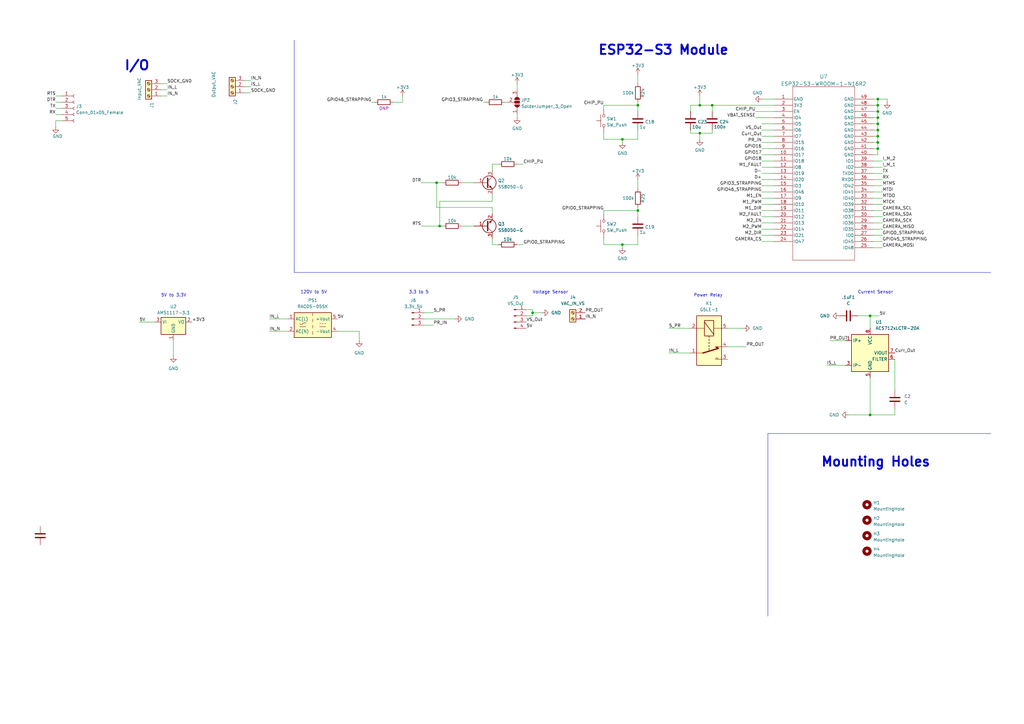
<source format=kicad_sch>
(kicad_sch (version 20230121) (generator eeschema)
  (paper "A3")
  (title_block (title "ESP32 Example: Motor Controller") (date "2023-08-07") (rev "A") (company "ECE 445"))
  (lib_symbols
    (symbol "Connector:Conn_01x03_Pin" (pin_names (offset 1.016) hide)
      (property "Reference" "J" (at 0 5.08 0))
      (property "Value" "Conn_01x03_Pin" (at 0 -5.08 0))
      (symbol "Conn_01x03_Pin_1_1"
        (polyline (pts (xy 1.27 -2.54) (xy 0.8636 -2.54)) (stroke (width 0.1524)))
        (polyline (pts (xy 1.27 0) (xy 0.8636 0)) (stroke (width 0.1524)))
        (polyline (pts (xy 1.27 2.54) (xy 0.8636 2.54)) (stroke (width 0.1524)))
        (rectangle (start 0.8636 -2.413) (end 0 -2.667) (stroke (width 0.1524)) (fill (type outline)))
        (rectangle (start 0.8636 0.127) (end 0 -0.127) (stroke (width 0.1524)) (fill (type outline)))
        (rectangle (start 0.8636 2.667) (end 0 2.413) (stroke (width 0.1524)) (fill (type outline)))
        (pin passive line (at 5.08 2.54 180) (length 3.81) (name "Pin_1") (number "1"))
        (pin passive line (at 5.08 0 180) (length 3.81) (name "Pin_2") (number "2"))
        (pin passive line (at 5.08 -2.54 180) (length 3.81) (name "Pin_3") (number "3"))
      )
    )
    (symbol "Connector:Conn_01x04_Pin" (pin_names (offset 1.016) hide)
      (property "Reference" "J" (at 0 5.08 0))
      (property "Value" "Conn_01x04_Pin" (at 0 -7.62 0))
      (symbol "Conn_01x04_Pin_1_1"
        (polyline (pts (xy 1.27 -5.08) (xy 0.8636 -5.08)) (stroke (width 0.1524)))
        (polyline (pts (xy 1.27 -2.54) (xy 0.8636 -2.54)) (stroke (width 0.1524)))
        (polyline (pts (xy 1.27 0) (xy 0.8636 0)) (stroke (width 0.1524)))
        (polyline (pts (xy 1.27 2.54) (xy 0.8636 2.54)) (stroke (width 0.1524)))
        (rectangle (start 0.8636 -4.953) (end 0 -5.207) (stroke (width 0.1524)) (fill (type outline)))
        (rectangle (start 0.8636 -2.413) (end 0 -2.667) (stroke (width 0.1524)) (fill (type outline)))
        (rectangle (start 0.8636 0.127) (end 0 -0.127) (stroke (width 0.1524)) (fill (type outline)))
        (rectangle (start 0.8636 2.667) (end 0 2.413) (stroke (width 0.1524)) (fill (type outline)))
        (pin passive line (at 5.08 2.54 180) (length 3.81) (name "Pin_1") (number "1"))
        (pin passive line (at 5.08 0 180) (length 3.81) (name "Pin_2") (number "2"))
        (pin passive line (at 5.08 -2.54 180) (length 3.81) (name "Pin_3") (number "3"))
        (pin passive line (at 5.08 -5.08 180) (length 3.81) (name "Pin_4") (number "4"))
      )
    )
    (symbol "Connector:Conn_01x05_Female" (pin_names (offset 1.016) hide)
      (property "Reference" "J" (at 0 7.62 0))
      (property "Value" "Conn_01x05_Female" (at 0 -7.62 0))
      (symbol "Conn_01x05_Female_1_1"
        (arc (start 0 -4.572) (mid -0.5058 -5.08) (end 0 -5.588) (stroke (width 0.1524)))
        (arc (start 0 -2.032) (mid -0.5058 -2.54) (end 0 -3.048) (stroke (width 0.1524)))
        (polyline (pts (xy -1.27 -5.08) (xy -0.508 -5.08)) (stroke (width 0.1524)))
        (polyline (pts (xy -1.27 -2.54) (xy -0.508 -2.54)) (stroke (width 0.1524)))
        (polyline (pts (xy -1.27 0) (xy -0.508 0)) (stroke (width 0.1524)))
        (polyline (pts (xy -1.27 2.54) (xy -0.508 2.54)) (stroke (width 0.1524)))
        (polyline (pts (xy -1.27 5.08) (xy -0.508 5.08)) (stroke (width 0.1524)))
        (arc (start 0 0.508) (mid -0.5058 0) (end 0 -0.508) (stroke (width 0.1524)))
        (arc (start 0 3.048) (mid -0.5058 2.54) (end 0 2.032) (stroke (width 0.1524)))
        (arc (start 0 5.588) (mid -0.5058 5.08) (end 0 4.572) (stroke (width 0.1524)))
        (pin passive line (at -5.08 5.08 0) (length 3.81) (name "Pin_1") (number "1"))
        (pin passive line (at -5.08 2.54 0) (length 3.81) (name "Pin_2") (number "2"))
        (pin passive line (at -5.08 0 0) (length 3.81) (name "Pin_3") (number "3"))
        (pin passive line (at -5.08 -2.54 0) (length 3.81) (name "Pin_4") (number "4"))
        (pin passive line (at -5.08 -5.08 0) (length 3.81) (name "Pin_5") (number "5"))
      )
    )
    (symbol "Connector:Screw_Terminal_01x02" (pin_names (offset 1.016) hide)
      (property "Reference" "J" (at 0 2.54 0))
      (property "Value" "Screw_Terminal_01x02" (at 0 -5.08 0))
      (symbol "Screw_Terminal_01x02_1_1"
        (rectangle (start -1.27 1.27) (end 1.27 -3.81) (stroke (width 0.254)) (fill (type background)))
        (circle (center 0 -2.54) (radius 0.635) (stroke (width 0.1524)))
        (polyline (pts (xy -0.5334 -2.2098) (xy 0.3302 -3.048)) (stroke (width 0.1524)))
        (polyline (pts (xy -0.5334 0.3302) (xy 0.3302 -0.508)) (stroke (width 0.1524)))
        (polyline (pts (xy -0.3556 -2.032) (xy 0.508 -2.8702)) (stroke (width 0.1524)))
        (polyline (pts (xy -0.3556 0.508) (xy 0.508 -0.3302)) (stroke (width 0.1524)))
        (circle (center 0 0) (radius 0.635) (stroke (width 0.1524)))
        (pin passive line (at -5.08 0 0) (length 3.81) (name "Pin_1") (number "1"))
        (pin passive line (at -5.08 -2.54 0) (length 3.81) (name "Pin_2") (number "2"))
      )
    )
    (symbol "Connector:Screw_Terminal_01x03" (pin_names (offset 1.016) hide)
      (property "Reference" "J" (at 0 5.08 0))
      (property "Value" "Screw_Terminal_01x03" (at 0 -5.08 0))
      (symbol "Screw_Terminal_01x03_1_1"
        (rectangle (start -1.27 3.81) (end 1.27 -3.81) (stroke (width 0.254)) (fill (type background)))
        (circle (center 0 -2.54) (radius 0.635) (stroke (width 0.1524)))
        (polyline (pts (xy -0.5334 -2.2098) (xy 0.3302 -3.048)) (stroke (width 0.1524)))
        (polyline (pts (xy -0.5334 0.3302) (xy 0.3302 -0.508)) (stroke (width 0.1524)))
        (polyline (pts (xy -0.5334 2.8702) (xy 0.3302 2.032)) (stroke (width 0.1524)))
        (polyline (pts (xy -0.3556 -2.032) (xy 0.508 -2.8702)) (stroke (width 0.1524)))
        (polyline (pts (xy -0.3556 0.508) (xy 0.508 -0.3302)) (stroke (width 0.1524)))
        (polyline (pts (xy -0.3556 3.048) (xy 0.508 2.2098)) (stroke (width 0.1524)))
        (circle (center 0 0) (radius 0.635) (stroke (width 0.1524)))
        (circle (center 0 2.54) (radius 0.635) (stroke (width 0.1524)))
        (pin passive line (at -5.08 2.54 0) (length 3.81) (name "Pin_1") (number "1"))
        (pin passive line (at -5.08 0 0) (length 3.81) (name "Pin_2") (number "2"))
        (pin passive line (at -5.08 -2.54 0) (length 3.81) (name "Pin_3") (number "3"))
      )
    )
    (symbol "Converter_ACDC:RAC05-05SK"
      (property "Reference" "PS" (at 0 6.35 0))
      (property "Value" "RAC05-05SK" (at 0 -6.35 0))
      (symbol "RAC05-05SK_1_1"
        (rectangle (start -7.62 5.08) (end 7.62 -5.08) (stroke (width 0.254)) (fill (type background)))
        (arc (start -5.334 0.635) (mid -4.699 0.2495) (end -4.064 0.635))
        (arc (start -2.794 0.635) (mid -3.429 1.0072) (end -4.064 0.635))
        (polyline (pts (xy -5.334 -0.635) (xy -2.794 -0.635)))
        (polyline (pts (xy 0 -2.54) (xy 0 -3.81)))
        (polyline (pts (xy 0 0) (xy 0 -1.27)))
        (polyline (pts (xy 0 2.54) (xy 0 1.27)))
        (polyline (pts (xy 0 5.08) (xy 0 3.81)))
        (polyline (pts (xy 2.794 -0.635) (xy 5.334 -0.635)))
        (polyline (pts (xy 2.794 0.635) (xy 3.302 0.635)))
        (polyline (pts (xy 3.81 0.635) (xy 4.318 0.635)))
        (polyline (pts (xy 4.826 0.635) (xy 5.334 0.635)))
        (pin power_in line (at -10.16 2.54 0) (length 2.54) (name "AC(L)") (number "1"))
        (pin power_in line (at -10.16 -2.54 0) (length 2.54) (name "AC(N)") (number "2"))
        (pin no_connect line (at 7.62 0 180) (length 2.54) hide (name "NC") (number "3"))
        (pin power_out line (at 10.16 -2.54 180) (length 2.54) (name "-Vout") (number "4"))
        (pin power_out line (at 10.16 2.54 180) (length 2.54) (name "+Vout") (number "5"))
      )
    )
    (symbol "Device:C" (pin_numbers hide) (pin_names (offset 0.254))
      (property "Reference" "C" (at 0.635 2.54 0))
      (property "Value" "C" (at 0.635 -2.54 0))
      (symbol "C_0_1"
        (polyline (pts (xy -2.032 -0.762) (xy 2.032 -0.762)) (stroke (width 0.508)))
        (polyline (pts (xy -2.032 0.762) (xy 2.032 0.762)) (stroke (width 0.508)))
      )
      (symbol "C_1_1"
        (pin passive line (at 0 3.81 270) (length 2.794) (name "~") (number "1"))
        (pin passive line (at 0 -3.81 90) (length 2.794) (name "~") (number "2"))
      )
    )
    (symbol "Device:Q_NPN_BEC" (pin_names (offset 0) hide)
      (property "Reference" "Q" (at 5.08 1.27 0))
      (property "Value" "Q_NPN_BEC" (at 5.08 -1.27 0))
      (symbol "Q_NPN_BEC_0_1"
        (polyline (pts (xy 0.635 0.635) (xy 2.54 2.54)))
        (polyline (pts (xy 0.635 -0.635) (xy 2.54 -2.54) (xy 2.54 -2.54)))
        (polyline (pts (xy 0.635 1.905) (xy 0.635 -1.905) (xy 0.635 -1.905)) (stroke (width 0.508)))
        (polyline (pts (xy 1.27 -1.778) (xy 1.778 -1.27) (xy 2.286 -2.286) (xy 1.27 -1.778) (xy 1.27 -1.778)) (fill (type outline)))
        (circle (center 1.27 0) (radius 2.8194) (stroke (width 0.254)))
      )
      (symbol "Q_NPN_BEC_1_1"
        (pin input line (at -5.08 0 0) (length 5.715) (name "B") (number "1"))
        (pin passive line (at 2.54 -5.08 90) (length 2.54) (name "E") (number "2"))
        (pin passive line (at 2.54 5.08 270) (length 2.54) (name "C") (number "3"))
      )
    )
    (symbol "GND_1" (power) (pin_names (offset 0))
      (property "Value" "GND_1" (at 0 -3.81 0))
      (symbol "GND_1_0_1"
        (polyline (pts (xy 0 0) (xy 0 -1.27) (xy 1.27 -1.27) (xy 0 -2.54) (xy -1.27 -1.27) (xy 0 -1.27)))
      )
      (symbol "GND_1_1_1"
        (pin power_in line (at 0 0 270) (length 0) hide (name "GND") (number "1"))
      )
    )
    (symbol "GND_2" (power) (pin_names (offset 0))
      (property "Value" "GND_2" (at 0 -3.81 0))
      (symbol "GND_2_0_1"
        (polyline (pts (xy 0 0) (xy 0 -1.27) (xy 1.27 -1.27) (xy 0 -2.54) (xy -1.27 -1.27) (xy 0 -1.27)))
      )
      (symbol "GND_2_1_1"
        (pin power_in line (at 0 0 270) (length 0) hide (name "GND") (number "1"))
      )
    )
    (symbol "GND_3" (power) (pin_names (offset 0))
      (property "Value" "GND_3" (at 0 -3.81 0))
      (symbol "GND_3_0_1"
        (polyline (pts (xy 0 0) (xy 0 -1.27) (xy 1.27 -1.27) (xy 0 -2.54) (xy -1.27 -1.27) (xy 0 -1.27)))
      )
      (symbol "GND_3_1_1"
        (pin power_in line (at 0 0 270) (length 0) hide (name "GND") (number "1"))
      )
    )
    (symbol "GND_4" (power) (pin_names (offset 0))
      (property "Value" "GND_4" (at 0 -3.81 0))
      (symbol "GND_4_0_1"
        (polyline (pts (xy 0 0) (xy 0 -1.27) (xy 1.27 -1.27) (xy 0 -2.54) (xy -1.27 -1.27) (xy 0 -1.27)))
      )
      (symbol "GND_4_1_1"
        (pin power_in line (at 0 0 270) (length 0) hide (name "GND") (number "1"))
      )
    )
    (symbol "GND_5" (power) (pin_names (offset 0))
      (property "Value" "GND_5" (at 0 -3.81 0))
      (symbol "GND_5_0_1"
        (polyline (pts (xy 0 0) (xy 0 -1.27) (xy 1.27 -1.27) (xy 0 -2.54) (xy -1.27 -1.27) (xy 0 -1.27)))
      )
      (symbol "GND_5_1_1"
        (pin power_in line (at 0 0 270) (length 0) hide (name "GND") (number "1"))
      )
    )
    (symbol "GND_6" (power) (pin_names (offset 0))
      (property "Value" "GND_6" (at 0 -3.81 0))
      (symbol "GND_6_0_1"
        (polyline (pts (xy 0 0) (xy 0 -1.27) (xy 1.27 -1.27) (xy 0 -2.54) (xy -1.27 -1.27) (xy 0 -1.27)))
      )
      (symbol "GND_6_1_1"
        (pin power_in line (at 0 0 270) (length 0) hide (name "GND") (number "1"))
      )
    )
    (symbol "GND_7" (power) (pin_names (offset 0))
      (property "Value" "GND_7" (at 0 -3.81 0))
      (symbol "GND_7_0_1"
        (polyline (pts (xy 0 0) (xy 0 -1.27) (xy 1.27 -1.27) (xy 0 -2.54) (xy -1.27 -1.27) (xy 0 -1.27)))
      )
      (symbol "GND_7_1_1"
        (pin power_in line (at 0 0 270) (length 0) hide (name "GND") (number "1"))
      )
    )
    (symbol "Jumper:SolderJumper_3_Open" (pin_names (offset 0) hide)
      (property "Reference" "JP" (at -2.54 -2.54 0))
      (property "Value" "SolderJumper_3_Open" (at 0 2.794 0))
      (symbol "SolderJumper_3_Open_0_1"
        (arc (start -1.016 1.016) (mid -2.0276 0) (end -1.016 -1.016))
        (arc (start -1.016 1.016) (mid -2.0276 0) (end -1.016 -1.016) (fill (type outline)))
        (rectangle (start -0.508 1.016) (end 0.508 -1.016) (fill (type outline)))
        (polyline (pts (xy -2.54 0) (xy -2.032 0)))
        (polyline (pts (xy -1.016 1.016) (xy -1.016 -1.016)))
        (polyline (pts (xy 0 -1.27) (xy 0 -1.016)))
        (polyline (pts (xy 1.016 1.016) (xy 1.016 -1.016)))
        (polyline (pts (xy 2.54 0) (xy 2.032 0)))
        (arc (start 1.016 -1.016) (mid 2.0276 0) (end 1.016 1.016))
        (arc (start 1.016 -1.016) (mid 2.0276 0) (end 1.016 1.016) (fill (type outline)))
      )
      (symbol "SolderJumper_3_Open_1_1"
        (pin passive line (at -5.08 0 0) (length 2.54) (name "A") (number "1"))
        (pin passive line (at 0 -3.81 90) (length 2.54) (name "C") (number "2"))
        (pin passive line (at 5.08 0 180) (length 2.54) (name "B") (number "3"))
      )
    )
    (symbol "Mechanical:MountingHole" (pin_names (offset 1.016))
      (property "Reference" "H" (at 0 5.08 0))
      (property "Value" "MountingHole" (at 0 3.175 0))
      (symbol "MountingHole_0_1"
        (circle (center 0 0) (radius 1.27) (stroke (width 1.27)))
      )
    )
    (symbol "Regulator_Linear:AMS1117-3.3"
      (property "Reference" "U" (at -3.81 3.175 0))
      (property "Value" "AMS1117-3.3" (at 0 3.175 0))
      (symbol "AMS1117-3.3_0_1"
        (rectangle (start -5.08 -5.08) (end 5.08 1.905) (stroke (width 0.254)) (fill (type background)))
      )
      (symbol "AMS1117-3.3_1_1"
        (pin power_in line (at 0 -7.62 90) (length 2.54) (name "GND") (number "1"))
        (pin power_out line (at 7.62 0 180) (length 2.54) (name "VO") (number "2"))
        (pin power_in line (at -7.62 0 0) (length 2.54) (name "VI") (number "3"))
      )
    )
    (symbol "Relay:G5LE-1"
      (property "Reference" "K" (at 11.43 3.81 0))
      (property "Value" "G5LE-1" (at 11.43 1.27 0))
      (symbol "G5LE-1_0_0"
        (polyline (pts (xy 7.62 5.08) (xy 7.62 2.54) (xy 6.985 3.175) (xy 7.62 3.81)))
      )
      (symbol "G5LE-1_0_1"
        (rectangle (start -10.16 5.08) (end 10.16 -5.08) (stroke (width 0.254)) (fill (type background)))
        (rectangle (start -8.255 1.905) (end -1.905 -1.905) (stroke (width 0.254)))
        (polyline (pts (xy -7.62 -1.905) (xy -2.54 1.905)) (stroke (width 0.254)))
        (polyline (pts (xy -5.08 -5.08) (xy -5.08 -1.905)))
        (polyline (pts (xy -5.08 5.08) (xy -5.08 1.905)))
        (polyline (pts (xy -1.905 0) (xy -1.27 0)) (stroke (width 0.254)))
        (polyline (pts (xy -0.635 0) (xy 0 0)) (stroke (width 0.254)))
        (polyline (pts (xy 0.635 0) (xy 1.27 0)) (stroke (width 0.254)))
        (polyline (pts (xy 1.905 0) (xy 2.54 0)) (stroke (width 0.254)))
        (polyline (pts (xy 3.175 0) (xy 3.81 0)) (stroke (width 0.254)))
        (polyline (pts (xy 5.08 -2.54) (xy 3.175 3.81)) (stroke (width 0.508)))
        (polyline (pts (xy 5.08 -2.54) (xy 5.08 -5.08)))
        (polyline (pts (xy 2.54 5.08) (xy 2.54 2.54) (xy 3.175 3.175) (xy 2.54 3.81)) (fill (type outline)))
      )
      (symbol "G5LE-1_1_1"
        (pin passive line (at 5.08 -7.62 90) (length 2.54) (name "~") (number "1"))
        (pin passive line (at -5.08 -7.62 90) (length 2.54) (name "~") (number "2"))
        (pin passive line (at 7.62 7.62 270) (length 2.54) (name "~") (number "3"))
        (pin passive line (at 2.54 7.62 270) (length 2.54) (name "~") (number "4"))
        (pin passive line (at -5.08 7.62 270) (length 2.54) (name "~") (number "5"))
      )
    )
    (symbol "Sensor_Current:ACS712xLCTR-20A"
      (property "Reference" "U" (at 2.54 11.43 0))
      (property "Value" "ACS712xLCTR-20A" (at 2.54 8.89 0))
      (symbol "ACS712xLCTR-20A_0_1"
        (rectangle (start -7.62 7.62) (end 7.62 -7.62) (stroke (width 0.254)) (fill (type background)))
      )
      (symbol "ACS712xLCTR-20A_1_1"
        (pin passive line (at -10.16 5.08 0) (length 2.54) (name "IP+") (number "1"))
        (pin passive line (at -10.16 5.08 0) (length 2.54) hide (name "IP+") (number "2"))
        (pin passive line (at -10.16 -5.08 0) (length 2.54) (name "IP-") (number "3"))
        (pin passive line (at -10.16 -5.08 0) (length 2.54) hide (name "IP-") (number "4"))
        (pin power_in line (at 0 -10.16 90) (length 2.54) (name "GND") (number "5"))
        (pin passive line (at 10.16 -2.54 180) (length 2.54) (name "FILTER") (number "6"))
        (pin output line (at 10.16 0 180) (length 2.54) (name "VIOUT") (number "7"))
        (pin power_in line (at 0 10.16 270) (length 2.54) (name "VCC") (number "8"))
      )
    )
    (symbol "Switch:SW_Push" (pin_numbers hide) (pin_names (offset 1.016) hide)
      (property "Reference" "SW" (at 1.27 2.54 0))
      (property "Value" "SW_Push" (at 0 -1.524 0))
      (symbol "SW_Push_0_1"
        (circle (center -2.032 0) (radius 0.508))
        (polyline (pts (xy 0 1.27) (xy 0 3.048)))
        (polyline (pts (xy 2.54 1.27) (xy -2.54 1.27)))
        (circle (center 2.032 0) (radius 0.508))
        (pin passive line (at -5.08 0 0) (length 2.54) (name "1") (number "1"))
        (pin passive line (at 5.08 0 180) (length 2.54) (name "2") (number "2"))
      )
    )
    (symbol "basic:C" (pin_numbers hide) (pin_names (offset 0.254))
      (property "Reference" "C" (at 0.635 2.54 0))
      (symbol "C_0_1"
        (polyline (pts (xy -2.032 -0.762) (xy 2.032 -0.762)) (stroke (width 0.508)))
        (polyline (pts (xy -2.032 0.762) (xy 2.032 0.762)) (stroke (width 0.508)))
      )
      (symbol "C_1_1"
        (pin passive line (at 0 3.81 270) (length 2.794) (name "~") (number "1"))
        (pin passive line (at 0 -3.81 90) (length 2.794) (name "~") (number "2"))
      )
    )
    (symbol "basic:R" (pin_numbers hide) (pin_names (offset 0))
      (property "Value" "R" (at 0 0 90))
      (symbol "R_0_1"
        (rectangle (start -1.016 -2.54) (end 1.016 2.54) (stroke (width 0.254)))
      )
      (symbol "R_1_1"
        (pin passive line (at 0 3.81 270) (length 1.27) (name "~") (number "1"))
        (pin passive line (at 0 -3.81 90) (length 1.27) (name "~") (number "2"))
      )
    )
    (symbol "local_symbols:ESP32-S3-WROOM-1-N16R2" (pin_names (offset 0.254))
      (property "Reference" "U" (at 20.32 10.16 0))
      (property "Value" "ESP32-S3-WROOM-1-N16R2" (at 20.32 7.62 0))
      (symbol "ESP32-S3-WROOM-1-N16R2_0_1"
        (polyline (pts (xy 7.62 -66.04) (xy 33.02 -66.04)) (stroke (width 0.127)))
        (polyline (pts (xy 7.62 5.08) (xy 7.62 -66.04)) (stroke (width 0.127)))
        (polyline (pts (xy 33.02 -66.04) (xy 33.02 5.08)) (stroke (width 0.127)))
        (polyline (pts (xy 33.02 5.08) (xy 7.62 5.08)) (stroke (width 0.127)))
        (pin power_out line (at 0 0 0) (length 7.62) (name "GND") (number "1"))
        (pin bidirectional line (at 0 -22.86 0) (length 7.62) (name "IO17") (number "10"))
        (pin bidirectional line (at 0 -25.4 0) (length 7.62) (name "IO18") (number "11"))
        (pin bidirectional line (at 0 -27.94 0) (length 7.62) (name "IO8") (number "12"))
        (pin bidirectional line (at 0 -30.48 0) (length 7.62) (name "IO19") (number "13"))
        (pin bidirectional line (at 0 -33.02 0) (length 7.62) (name "IO20") (number "14"))
        (pin bidirectional line (at 0 -35.56 0) (length 7.62) (name "IO3") (number "15"))
        (pin bidirectional line (at 0 -38.1 0) (length 7.62) (name "IO46") (number "16"))
        (pin bidirectional line (at 0 -40.64 0) (length 7.62) (name "IO9") (number "17"))
        (pin bidirectional line (at 0 -43.18 0) (length 7.62) (name "IO10") (number "18"))
        (pin bidirectional line (at 0 -45.72 0) (length 7.62) (name "IO11") (number "19"))
        (pin power_in line (at 0 -2.54 0) (length 7.62) (name "3V3") (number "2"))
        (pin bidirectional line (at 0 -48.26 0) (length 7.62) (name "IO12") (number "20"))
        (pin bidirectional line (at 0 -50.8 0) (length 7.62) (name "IO13") (number "21"))
        (pin bidirectional line (at 0 -53.34 0) (length 7.62) (name "IO14") (number "22"))
        (pin bidirectional line (at 0 -55.88 0) (length 7.62) (name "IO21") (number "23"))
        (pin bidirectional line (at 0 -58.42 0) (length 7.62) (name "IO47") (number "24"))
        (pin bidirectional line (at 40.64 -60.96 180) (length 7.62) (name "IO48") (number "25"))
        (pin bidirectional line (at 40.64 -58.42 180) (length 7.62) (name "IO45") (number "26"))
        (pin bidirectional line (at 40.64 -55.88 180) (length 7.62) (name "IO0") (number "27"))
        (pin bidirectional line (at 40.64 -53.34 180) (length 7.62) (name "IO35") (number "28"))
        (pin bidirectional line (at 40.64 -50.8 180) (length 7.62) (name "IO36") (number "29"))
        (pin input line (at 0 -5.08 0) (length 7.62) (name "EN") (number "3"))
        (pin bidirectional line (at 40.64 -48.26 180) (length 7.62) (name "IO37") (number "30"))
        (pin bidirectional line (at 40.64 -45.72 180) (length 7.62) (name "IO38") (number "31"))
        (pin bidirectional line (at 40.64 -43.18 180) (length 7.62) (name "IO39") (number "32"))
        (pin bidirectional line (at 40.64 -40.64 180) (length 7.62) (name "IO40") (number "33"))
        (pin bidirectional line (at 40.64 -38.1 180) (length 7.62) (name "IO41") (number "34"))
        (pin bidirectional line (at 40.64 -35.56 180) (length 7.62) (name "IO42") (number "35"))
        (pin bidirectional line (at 40.64 -33.02 180) (length 7.62) (name "RXD0") (number "36"))
        (pin bidirectional line (at 40.64 -30.48 180) (length 7.62) (name "TXD0") (number "37"))
        (pin bidirectional line (at 40.64 -27.94 180) (length 7.62) (name "IO2") (number "38"))
        (pin bidirectional line (at 40.64 -25.4 180) (length 7.62) (name "IO1") (number "39"))
        (pin bidirectional line (at 0 -7.62 0) (length 7.62) (name "IO4") (number "4"))
        (pin power_out line (at 40.64 -22.86 180) (length 7.62) (name "GND") (number "40"))
        (pin power_out line (at 40.64 -20.32 180) (length 7.62) (name "GND") (number "41"))
        (pin power_out line (at 40.64 -17.78 180) (length 7.62) (name "GND") (number "42"))
        (pin power_out line (at 40.64 -15.24 180) (length 7.62) (name "GND") (number "43"))
        (pin power_out line (at 40.64 -12.7 180) (length 7.62) (name "GND") (number "44"))
        (pin power_out line (at 40.64 -10.16 180) (length 7.62) (name "GND") (number "45"))
        (pin power_out line (at 40.64 -7.62 180) (length 7.62) (name "GND") (number "46"))
        (pin power_out line (at 40.64 -5.08 180) (length 7.62) (name "GND") (number "47"))
        (pin power_out line (at 40.64 -2.54 180) (length 7.62) (name "GND") (number "48"))
        (pin power_out line (at 40.64 0 180) (length 7.62) (name "GND") (number "49"))
        (pin bidirectional line (at 0 -10.16 0) (length 7.62) (name "IO5") (number "5"))
        (pin bidirectional line (at 0 -12.7 0) (length 7.62) (name "IO6") (number "6"))
        (pin bidirectional line (at 0 -15.24 0) (length 7.62) (name "IO7") (number "7"))
        (pin bidirectional line (at 0 -17.78 0) (length 7.62) (name "IO15") (number "8"))
        (pin bidirectional line (at 0 -20.32 0) (length 7.62) (name "IO16") (number "9"))
      )
    )
    (symbol "power:+3V3" (power) (pin_names (offset 0))
      (property "Value" "+3V3" (at 0 3.556 0))
      (symbol "+3V3_0_1"
        (polyline (pts (xy -0.762 1.27) (xy 0 2.54)))
        (polyline (pts (xy 0 0) (xy 0 2.54)))
        (polyline (pts (xy 0 2.54) (xy 0.762 1.27)))
      )
      (symbol "+3V3_1_1"
        (pin power_in line (at 0 0 90) (length 0) hide (name "+3V3") (number "1"))
      )
    )
    (symbol "power:GND" (power) (pin_names (offset 0))
      (property "Value" "GND" (at 0 -3.81 0))
      (symbol "GND_0_1"
        (polyline (pts (xy 0 0) (xy 0 -1.27) (xy 1.27 -1.27) (xy 0 -2.54) (xy -1.27 -1.27) (xy 0 -1.27)))
      )
      (symbol "GND_1_1"
        (pin power_in line (at 0 0 270) (length 0) hide (name "GND") (number "1"))
      )
    )
  )
  (junction (at 261.62 43.18))
  (junction (at 360.045 55.88))
  (junction (at 360.045 45.72))
  (junction (at 287.02 43.18))
  (junction (at 360.045 48.26))
  (junction (at 360.045 50.8))
  (junction (at 356.87 170.18))
  (junction (at 287.02 54.61))
  (junction (at 180.34 92.71))
  (junction (at 360.045 40.64))
  (junction (at 255.27 57.15))
  (junction (at 179.07 74.93))
  (junction (at 360.045 53.34))
  (junction (at 360.045 60.96))
  (junction (at 218.44 128.27))
  (junction (at 360.045 43.18))
  (junction (at 255.27 100.33))
  (junction (at 292.1 43.18))
  (junction (at 360.045 58.42))
  (junction (at 261.62 86.36))
  (junction (at 356.87 129.54))
  (wire (pts (xy 207.01 41.91) (xy 208.28 41.91)))
  (wire (pts (xy 358.14 101.6) (xy 361.95 101.6)))
  (wire (pts (xy 347.98 170.18) (xy 356.87 170.18)))
  (wire (pts (xy 261.62 85.09) (xy 261.62 86.36)))
  (wire (pts (xy 218.44 128.27) (xy 222.25 128.27)))
  (wire (pts (xy 173.99 130.81) (xy 186.69 130.81)))
  (wire (pts (xy 172.72 92.71) (xy 180.34 92.71)))
  (wire (pts (xy 358.14 60.96) (xy 360.045 60.96)))
  (wire (pts (xy 212.09 46.99) (xy 212.09 48.26)))
  (wire (pts (xy 147.32 135.89) (xy 147.32 139.7)))
  (wire (pts (xy 283.21 54.61) (xy 287.02 54.61)))
  (wire (pts (xy 312.42 76.2) (xy 317.5 76.2)))
  (wire (pts (xy 367.03 167.64) (xy 367.03 170.18)))
  (wire (pts (xy 201.93 82.55) (xy 180.34 82.55)))
  (wire (pts (xy 201.93 97.79) (xy 201.93 100.33)))
  (wire (pts (xy 360.045 60.96) (xy 360.045 58.42)))
  (wire (pts (xy 218.44 127) (xy 218.44 128.27)))
  (wire (pts (xy 360.045 63.5) (xy 360.045 60.96)))
  (wire (pts (xy 312.42 58.42) (xy 317.5 58.42)))
  (wire (pts (xy 312.42 53.34) (xy 317.5 53.34)))
  (wire (pts (xy 261.62 43.18) (xy 261.62 45.72)))
  (wire (pts (xy 312.42 73.66) (xy 317.5 73.66)))
  (wire (pts (xy 360.045 55.88) (xy 360.045 53.34)))
  (wire (pts (xy 71.12 139.7) (xy 71.12 146.05)))
  (wire (pts (xy 356.87 154.94) (xy 356.87 170.18)))
  (wire (pts (xy 138.43 135.89) (xy 147.32 135.89)))
  (wire (pts (xy 255.27 100.33) (xy 255.27 101.6)))
  (wire (pts (xy 351.79 129.54) (xy 356.87 129.54)))
  (wire (pts (xy 274.32 134.62) (xy 283.21 134.62)))
  (wire (pts (xy 201.93 67.31) (xy 201.93 69.85)))
  (wire (pts (xy 283.21 43.18) (xy 287.02 43.18)))
  (wire (pts (xy 255.27 57.15) (xy 255.27 58.42)))
  (wire (pts (xy 247.65 86.36) (xy 261.62 86.36)))
  (wire (pts (xy 358.14 88.9) (xy 361.95 88.9)))
  (wire (pts (xy 312.42 83.82) (xy 317.5 83.82)))
  (wire (pts (xy 261.62 30.48) (xy 261.62 34.29)))
  (wire (pts (xy 358.14 50.8) (xy 360.045 50.8)))
  (wire (pts (xy 367.03 147.32) (xy 367.03 160.02)))
  (wire (pts (xy 309.88 45.72) (xy 317.5 45.72)))
  (wire (pts (xy 360.045 53.34) (xy 360.045 50.8)))
  (wire (pts (xy 312.42 78.74) (xy 317.5 78.74)))
  (wire (pts (xy 215.9 129.54) (xy 218.44 129.54)))
  (wire (pts (xy 358.14 96.52) (xy 361.95 96.52)))
  (wire (pts (xy 247.65 97.79) (xy 247.65 100.33)))
  (wire (pts (xy 292.1 43.18) (xy 317.5 43.18)))
  (wire (pts (xy 22.86 41.91) (xy 25.4 41.91)))
  (wire (pts (xy 356.87 129.54) (xy 360.68 129.54)))
  (wire (pts (xy 100.33 38.1) (xy 102.87 38.1)))
  (wire (pts (xy 110.49 130.81) (xy 118.11 130.81)))
  (wire (pts (xy 179.07 85.09) (xy 179.07 74.93)))
  (wire (pts (xy 312.42 63.5) (xy 317.5 63.5)))
  (wire (pts (xy 360.045 40.64) (xy 363.855 40.64)))
  (wire (pts (xy 358.14 71.12) (xy 361.95 71.12)))
  (wire (pts (xy 360.045 48.26) (xy 360.045 45.72)))
  (wire (pts (xy 261.62 100.33) (xy 255.27 100.33)))
  (wire (pts (xy 358.14 81.28) (xy 361.95 81.28)))
  (wire (pts (xy 358.14 63.5) (xy 360.045 63.5)))
  (wire (pts (xy 287.02 54.61) (xy 292.1 54.61)))
  (wire (pts (xy 358.14 55.88) (xy 360.045 55.88)))
  (wire (pts (xy 356.87 170.18) (xy 367.03 170.18)))
  (wire (pts (xy 358.14 53.34) (xy 360.045 53.34)))
  (wire (pts (xy 358.14 86.36) (xy 361.95 86.36)))
  (wire (pts (xy 358.14 76.2) (xy 361.95 76.2)))
  (wire (pts (xy 287.02 54.61) (xy 287.02 57.15)))
  (wire (pts (xy 358.14 68.58) (xy 361.95 68.58)))
  (wire (pts (xy 360.045 40.64) (xy 360.045 43.18)))
  (wire (pts (xy 358.14 91.44) (xy 361.95 91.44)))
  (wire (pts (xy 261.62 86.36) (xy 261.62 88.9)))
  (wire (pts (xy 298.45 134.62) (xy 304.8 134.62)))
  (wire (pts (xy 358.14 83.82) (xy 361.95 83.82)))
  (wire (pts (xy 201.93 87.63) (xy 201.93 85.09)))
  (wire (pts (xy 172.72 74.93) (xy 179.07 74.93)))
  (wire (pts (xy 261.62 41.91) (xy 261.62 43.18)))
  (wire (pts (xy 215.9 127) (xy 218.44 127)))
  (wire (pts (xy 339.09 149.86) (xy 346.71 149.86)))
  (wire (pts (xy 179.07 74.93) (xy 181.61 74.93)))
  (wire (pts (xy 358.14 73.66) (xy 361.95 73.66)))
  (wire (pts (xy 312.42 91.44) (xy 317.5 91.44)))
  (wire (pts (xy 358.14 48.26) (xy 360.045 48.26)))
  (wire (pts (xy 212.09 67.31) (xy 214.63 67.31)))
  (wire (pts (xy 292.1 53.34) (xy 292.1 54.61)))
  (wire (pts (xy 247.65 57.15) (xy 255.27 57.15)))
  (wire (pts (xy 358.14 40.64) (xy 360.045 40.64)))
  (wire (pts (xy 247.65 43.18) (xy 261.62 43.18)))
  (wire (pts (xy 100.33 35.56) (xy 102.87 35.56)))
  (wire (pts (xy 312.42 68.58) (xy 317.5 68.58)))
  (wire (pts (xy 358.14 99.06) (xy 361.95 99.06)))
  (wire (pts (xy 261.62 73.66) (xy 261.62 77.47)))
  (wire (pts (xy 22.86 49.53) (xy 22.86 52.07)))
  (wire (pts (xy 261.62 96.52) (xy 261.62 100.33)))
  (wire (pts (xy 312.42 86.36) (xy 317.5 86.36)))
  (wire (pts (xy 261.62 57.15) (xy 255.27 57.15)))
  (wire (pts (xy 212.09 100.33) (xy 214.63 100.33)))
  (wire (pts (xy 358.14 45.72) (xy 360.045 45.72)))
  (wire (pts (xy 161.29 41.91) (xy 165.1 41.91)))
  (wire (pts (xy 312.42 93.98) (xy 317.5 93.98)))
  (wire (pts (xy 180.34 82.55) (xy 180.34 92.71)))
  (wire (pts (xy 110.49 135.89) (xy 118.11 135.89)))
  (wire (pts (xy 283.21 45.72) (xy 283.21 43.18)))
  (wire (pts (xy 358.14 58.42) (xy 360.045 58.42)))
  (wire (pts (xy 356.87 134.62) (xy 356.87 129.54)))
  (wire (pts (xy 218.44 128.27) (xy 218.44 129.54)))
  (wire (pts (xy 57.15 132.08) (xy 63.5 132.08)))
  (wire (pts (xy 66.04 34.29) (xy 68.58 34.29)))
  (wire (pts (xy 247.65 54.61) (xy 247.65 57.15)))
  (wire (pts (xy 25.4 49.53) (xy 22.86 49.53)))
  (wire (pts (xy 247.65 44.45) (xy 247.65 43.18)))
  (wire (pts (xy 180.34 92.71) (xy 181.61 92.71)))
  (wire (pts (xy 22.86 39.37) (xy 25.4 39.37)))
  (wire (pts (xy 360.045 50.8) (xy 360.045 48.26)))
  (wire (pts (xy 22.86 44.45) (xy 25.4 44.45)))
  (wire (pts (xy 201.93 80.01) (xy 201.93 82.55)))
  (polyline (pts (xy 120.65 111.76) (xy 406.4 111.76)))
  (wire (pts (xy 66.04 39.37) (xy 68.58 39.37)))
  (wire (pts (xy 287.02 39.37) (xy 287.02 43.18)))
  (wire (pts (xy 204.47 67.31) (xy 201.93 67.31)))
  (wire (pts (xy 312.42 96.52) (xy 317.5 96.52)))
  (wire (pts (xy 66.04 36.83) (xy 68.58 36.83)))
  (wire (pts (xy 189.23 74.93) (xy 194.31 74.93)))
  (wire (pts (xy 312.42 81.28) (xy 317.5 81.28)))
  (wire (pts (xy 247.65 87.63) (xy 247.65 86.36)))
  (wire (pts (xy 201.93 100.33) (xy 204.47 100.33)))
  (wire (pts (xy 363.855 41.91) (xy 363.855 40.64)))
  (wire (pts (xy 100.33 33.02) (xy 102.87 33.02)))
  (wire (pts (xy 340.36 139.7) (xy 346.71 139.7)))
  (wire (pts (xy 360.045 43.18) (xy 358.14 43.18)))
  (wire (pts (xy 360.045 45.72) (xy 360.045 43.18)))
  (wire (pts (xy 173.99 128.27) (xy 177.8 128.27)))
  (wire (pts (xy 312.42 60.96) (xy 317.5 60.96)))
  (polyline (pts (xy 120.65 16.51) (xy 120.65 111.76)))
  (wire (pts (xy 358.14 66.04) (xy 361.95 66.04)))
  (wire (pts (xy 283.21 53.34) (xy 283.21 54.61)))
  (wire (pts (xy 312.42 50.8) (xy 317.5 50.8)))
  (wire (pts (xy 358.14 78.74) (xy 361.95 78.74)))
  (wire (pts (xy 312.42 40.64) (xy 317.5 40.64)))
  (wire (pts (xy 189.23 92.71) (xy 194.31 92.71)))
  (wire (pts (xy 298.45 142.24) (xy 306.07 142.24)))
  (wire (pts (xy 312.42 71.12) (xy 317.5 71.12)))
  (wire (pts (xy 261.62 53.34) (xy 261.62 57.15)))
  (wire (pts (xy 312.42 88.9) (xy 317.5 88.9)))
  (polyline (pts (xy 406.4 177.8) (xy 314.96 177.8)))
  (wire (pts (xy 309.88 48.26) (xy 317.5 48.26)))
  (wire (pts (xy 312.42 55.88) (xy 317.5 55.88)))
  (wire (pts (xy 312.42 66.04) (xy 317.5 66.04)))
  (wire (pts (xy 274.32 144.78) (xy 283.21 144.78)))
  (wire (pts (xy 22.86 46.99) (xy 25.4 46.99)))
  (wire (pts (xy 358.14 93.98) (xy 361.95 93.98)))
  (wire (pts (xy 201.93 85.09) (xy 179.07 85.09)))
  (wire (pts (xy 212.09 34.29) (xy 212.09 36.83)))
  (wire (pts (xy 198.12 41.91) (xy 199.39 41.91)))
  (wire (pts (xy 292.1 43.18) (xy 292.1 45.72)))
  (wire (pts (xy 287.02 43.18) (xy 292.1 43.18)))
  (wire (pts (xy 165.1 39.37) (xy 165.1 41.91)))
  (wire (pts (xy 247.65 100.33) (xy 255.27 100.33)))
  (wire (pts (xy 173.99 133.35) (xy 177.8 133.35)))
  (wire (pts (xy 360.045 58.42) (xy 360.045 55.88)))
  (polyline (pts (xy 314.96 177.8) (xy 314.96 252.73)))
  (wire (pts (xy 312.42 99.06) (xy 317.5 99.06)))
  (wire (pts (xy 152.4 41.91) (xy 153.67 41.91)))
  (text "Voltage Sensor\n" (at 218.44 120.65 0) (effects (font (size 1.27 1.27)) (justify left bottom)))
  (text "3.3 to 5\n" (at 167.64 120.65 0) (effects (font (size 1.27 1.27)) (justify left bottom)))
  (text "Current Sensor\n" (at 351.79 120.65 0) (effects (font (size 1.27 1.27)) (justify left bottom)))
  (text "120V to 5V" (at 123.19 120.65 0) (effects (font (size 1.27 1.27)) (justify left bottom)))
  (text "ESP32-S3 Module" (at 245.11 22.86 0) (effects (font (size 3.81 3.81) (thickness 0.762) bold) (justify left bottom)))
  (text "Mounting Holes" (at 336.55 191.77 0) (effects (font (size 3.81 3.81) (thickness 0.762) bold) (justify left bottom)))
  (text "5V to 3.3V\n" (at 66.04 121.92 0) (effects (font (size 1.27 1.27)) (justify left bottom)))
  (text "Power Relay\n" (at 284.48 121.92 0) (effects (font (size 1.27 1.27)) (justify left bottom)))
  (text "I/O" (at 50.8 29.21 0) (effects (font (size 3.81 3.81) (thickness 0.762) bold) (justify left bottom)))
  (label "5_PR" (at 177.8 128.27 0))
  (label "5V" (at 138.43 130.81 0))
  (label "SOCK_GND" (at 68.58 34.29 0))
  (label "5V" (at 215.9 134.62 0))
  (label "M2_EN" (at 312.42 91.44 180))
  (label "CHIP_PU" (at 214.63 67.31 0))
  (label "M1_FAULT" (at 312.42 68.58 180))
  (label "IN_N" (at 240.03 130.81 0))
  (label "IN_N" (at 110.49 135.89 0))
  (label "5V" (at 360.68 129.54 0))
  (label "RX" (at 22.86 46.99 180))
  (label "RX" (at 361.95 73.66 0))
  (label "VS_Out" (at 312.42 53.34 180))
  (label "CAMERA_SCK" (at 361.95 91.44 0))
  (label "I_M_2" (at 361.95 66.04 0))
  (label "TX" (at 22.86 44.45 180))
  (label "CAMERA_SDA" (at 361.95 88.9 0))
  (label "GPIO45_STRAPPING" (at 361.95 99.06 0))
  (label "GPIO3_STRAPPING" (at 312.42 76.2 180))
  (label "GPIO46_STRAPPING" (at 312.42 78.74 180))
  (label "GPIO17" (at 312.42 63.5 180))
  (label "IS_L" (at 339.09 149.86 0))
  (label "RTS" (at 22.86 39.37 180))
  (label "CAMERA_CS" (at 312.42 99.06 180))
  (label "CAMERA_SCL" (at 361.95 86.36 0))
  (label "Curr_Out" (at 367.03 144.78 0))
  (label "CHIP_PU" (at 247.65 43.18 180))
  (label "SOCK_GND" (at 102.87 38.1 0))
  (label "MTCK" (at 361.95 83.82 0))
  (label "PR_OUT" (at 306.07 142.24 0))
  (label "TX" (at 361.95 71.12 0))
  (label "M1_DIR" (at 312.42 86.36 180))
  (label "GPIO18" (at 312.42 66.04 180))
  (label "IS_L" (at 102.87 35.56 0))
  (label "IN_L" (at 68.58 36.83 0))
  (label "GPIO16" (at 312.42 60.96 180))
  (label "IN_L" (at 274.32 144.78 0))
  (label "Curr_Out" (at 312.42 55.88 180))
  (label "PR_OUT" (at 340.36 139.7 0))
  (label "VBAT_SENSE" (at 309.88 48.26 180))
  (label "D+" (at 312.42 73.66 180))
  (label "VS_Out" (at 215.9 132.08 0))
  (label "IN_L" (at 110.49 130.81 0))
  (label "GPIO0_STRAPPING" (at 247.65 86.36 180))
  (label "5V" (at 57.15 132.08 0))
  (label "M2_PWM" (at 312.42 93.98 180))
  (label "D-" (at 312.42 71.12 180))
  (label "MTMS" (at 361.95 76.2 0))
  (label "MTDO" (at 361.95 81.28 0))
  (label "IN_N" (at 68.58 39.37 0))
  (label "5_PR" (at 274.32 134.62 0))
  (label "GPIO46_STRAPPING" (at 152.4 41.91 180))
  (label "CAMERA_MOSI" (at 361.95 101.6 0))
  (label "M1_EN" (at 312.42 81.28 180))
  (label "MTDI" (at 361.95 78.74 0))
  (label "I_M_1" (at 361.95 68.58 0))
  (label "CHIP_PU" (at 309.88 45.72 180))
  (label "M1_PWM" (at 312.42 83.82 180))
  (label "+3V3" (at 78.74 132.08 0))
  (label "M2_DIR" (at 312.42 96.52 180))
  (label "CAMERA_MISO" (at 361.95 93.98 0))
  (label "PR_IN" (at 312.42 58.42 180))
  (label "GPIO3_STRAPPING" (at 198.12 41.91 180))
  (label "DTR" (at 172.72 74.93 180))
  (label "PR_OUT" (at 240.03 128.27 0))
  (label "DTR" (at 22.86 41.91 180))
  (label "GPIO0_STRAPPING" (at 214.63 100.33 0))
  (label "M2_FAULT" (at 312.42 88.9 180))
  (label "PR_IN" (at 177.8 133.35 0))
  (label "RTS" (at 172.72 92.71 180))
  (label "IN_N" (at 102.87 33.02 0))
  (label "GPIO0_STRAPPING" (at 361.95 96.52 0))
  (symbol (lib_id "Converter_ACDC:RAC05-05SK") (at 128.27 133.35 0) (unit 1)
    (property "Reference" "PS1" (at 128.27 123.19 0))
    (property "Value" "RAC05-05SK" (at 128.27 125.73 0))
    (property "Footprint" "Converter_ACDC:Converter_ACDC_RECOM_RAC05-xxSK_THT" (effects hide))
    (property "Datasheet" "https://www.recom-power.com/pdf/Powerline-AC-DC/RAC05-K.pdf" (effects hide))
  )
  (symbol (lib_id "power:GND") (at 212.09 48.26 0) (unit 1)
    (property "Reference" "#PWR043" (effects hide))
    (property "Value" "GND" (at 212.09 52.7034 0))
  )
  (symbol (lib_id "Connector:Conn_01x05_Female") (at 30.48 44.45 0) (unit 1)
    (property "Reference" "J3" (at 31.1912 43.6153 0) (effects (justify left)))
    (property "Value" "Conn_01x05_Female" (at 31.1912 46.1522 0) (effects (justify left)))
    (property "Footprint" "Connector_PinHeader_2.54mm:PinHeader_1x05_P2.54mm_Vertical" (effects hide))
  )
  (symbol (lib_id "basic:C") (at 283.21 49.53 0) (unit 1)
    (property "Reference" "C23" (at 286.131 49.9638 0) (effects (justify left)))
    (property "Value" "10u" (at 283.845 52.07 0) (effects (justify left)))
    (property "Footprint" "Capacitor_SMD:C_0805_2012Metric" (effects hide))
  )
  (symbol (lib_name "GND_2") (lib_id "power:GND") (at 347.98 170.18 270) (unit 1)
    (property "Reference" "#PWR03" (effects hide))
    (property "Value" "GND" (at 344.17 170.18 90) (effects (justify right)))
  )
  (symbol (lib_id "basic:C") (at 292.1 49.53 0) (unit 1)
    (property "Reference" "C24" (at 295.021 49.9638 0) (effects (justify left)))
    (property "Value" "100n" (at 292.735 52.07 0) (effects (justify left)))
    (property "Footprint" "Capacitor_SMD:C_0805_2012Metric" (effects hide))
  )
  (symbol (lib_id "Jumper:SolderJumper_3_Open") (at 212.09 41.91 270) (mirror x) (unit 1)
    (property "Reference" "JP2" (at 213.741 41.0753 90) (effects (justify left)))
    (property "Value" "SolderJumper_3_Open" (at 213.741 43.6122 90) (effects (justify left)))
    (property "Footprint" "Jumper:SolderJumper-3_P2.0mm_Open_TrianglePad1.0x1.5mm" (effects hide))
  )
  (symbol (lib_id "basic:R") (at 208.28 100.33 90) (unit 1)
    (property "Reference" "R19" (effects hide))
    (property "Value" "10k" (at 208.28 98.1512 90))
    (property "Footprint" "Resistor_SMD:R_0805_2012Metric" (effects hide))
  )
  (symbol (lib_id "Sensor_Current:ACS712xLCTR-20A") (at 356.87 144.78 0) (unit 1)
    (property "Reference" "U1" (at 359.0641 132.08 0) (effects (justify left)))
    (property "Value" "ACS712xLCTR-20A" (at 359.0641 134.62 0) (effects (justify left)))
    (property "Footprint" "Package_SO:SOIC-8_3.9x4.9mm_P1.27mm" (effects hide))
    (property "Datasheet" "http://www.allegromicro.com/~/media/Files/Datasheets/ACS712-Datasheet.ashx?la=en" (effects hide))
  )
  (symbol (lib_id "Device:C") (at 367.03 163.83 0) (unit 1)
    (property "Reference" "C2" (at 370.84 162.56 0) (effects (justify left)))
    (property "Value" "C" (at 370.84 165.1 0) (effects (justify left)))
    (property "Footprint" "Capacitor_SMD:C_0201_0603Metric" (effects hide))
  )
  (symbol (lib_id "Mechanical:MountingHole") (at 355.6 219.71 0) (unit 1)
    (property "Reference" "H3" (at 358.14 218.8753 0) (effects (justify left)))
    (property "Value" "MountingHole" (at 358.14 221.4122 0) (effects (justify left)))
    (property "Footprint" "MountingHole:MountingHole_3.2mm_M3" (effects hide))
  )
  (symbol (lib_id "Connector:Screw_Terminal_01x03") (at 95.25 35.56 180) (unit 1)
    (property "Reference" "J2" (at 96.52 40.64 90) (effects (justify left)))
    (property "Value" "Output_VAC" (at 87.63 29.21 90) (effects (justify left)))
    (property "Footprint" "TerminalBlock_Phoenix:TerminalBlock_Phoenix_MKDS-1,5-3-5.08_1x03_P5.08mm_Horizontal" (effects hide))
  )
  (symbol (lib_id "power:GND") (at 255.27 58.42 0) (unit 1)
    (property "Reference" "#PWR051" (effects hide))
    (property "Value" "GND" (at 255.27 62.8634 0))
  )
  (symbol (lib_id "power:+3V3") (at 261.62 30.48 0) (unit 1)
    (property "Reference" "#PWR054" (effects hide))
    (property "Value" "+3V3" (at 261.62 26.9042 0))
  )
  (symbol (lib_id "basic:R") (at 185.42 92.71 90) (unit 1)
    (property "Reference" "R14" (effects hide))
    (property "Value" "10k" (at 185.42 90.5312 90))
    (property "Footprint" "Resistor_SMD:R_0805_2012Metric" (effects hide))
  )
  (symbol (lib_id "power:GND") (at 363.855 41.91 0) (unit 1)
    (property "Reference" "#PWR068" (effects hide))
    (property "Value" "GND" (at 363.855 46.3534 0))
  )
  (symbol (lib_id "Mechanical:MountingHole") (at 355.6 213.36 0) (unit 1)
    (property "Reference" "H2" (at 358.14 212.5253 0) (effects (justify left)))
    (property "Value" "MountingHole" (at 358.14 215.0622 0) (effects (justify left)))
    (property "Footprint" "MountingHole:MountingHole_3.2mm_M3" (effects hide))
  )
  (symbol (lib_id "Relay:G5LE-1") (at 290.83 139.7 270) (unit 1)
    (property "Reference" "K1" (at 290.83 124.46 90))
    (property "Value" "G5LE-1" (at 290.83 127 90))
    (property "Footprint" "Relay_THT:Relay_SPDT_Omron-G5LE-1" (effects hide))
    (property "Datasheet" "http://www.omron.com/ecb/products/pdf/en-g5le.pdf" (effects hide))
  )
  (symbol (lib_id "basic:R") (at 208.28 67.31 90) (unit 1)
    (property "Reference" "R18" (effects hide))
    (property "Value" "10k" (at 208.28 65.1312 90))
    (property "Footprint" "Resistor_SMD:R_0805_2012Metric" (effects hide))
  )
  (symbol (lib_id "power:GND") (at 287.02 57.15 0) (unit 1)
    (property "Reference" "#PWR063" (effects hide))
    (property "Value" "GND" (at 287.02 61.5934 0))
  )
  (symbol (lib_id "Connector:Conn_01x03_Pin") (at 168.91 130.81 0) (unit 1)
    (property "Reference" "J6" (at 169.545 123.19 0))
    (property "Value" "3.3V_5V" (at 169.545 125.73 0))
    (property "Footprint" "Connector_Molex:Molex_KK-254_AE-6410-03A_1x03_P2.54mm_Vertical" (effects hide))
  )
  (symbol (lib_id "power:GND") (at 22.86 52.07 0) (unit 1)
    (property "Reference" "#PWR01" (effects hide))
    (property "Value" "GND" (at 21.59 55.88 0) (effects (justify left)))
  )
  (symbol (lib_name "GND_3") (lib_id "power:GND") (at 304.8 134.62 90) (unit 1)
    (property "Reference" "#PWR04" (effects hide))
    (property "Value" "GND" (at 308.61 134.62 90) (effects (justify right)))
  )
  (symbol (lib_name "GND_1") (lib_id "power:GND") (at 344.17 129.54 270) (unit 1)
    (property "Reference" "#PWR02" (effects hide))
    (property "Value" "GND" (at 340.36 129.54 90) (effects (justify right)))
  )
  (symbol (lib_id "power:+3V3") (at 212.09 34.29 0) (unit 1)
    (property "Reference" "#PWR042" (effects hide))
    (property "Value" "+3V3" (at 212.09 30.7142 0))
  )
  (symbol (lib_id "Device:C") (at 347.98 129.54 90) (unit 1)
    (property "Reference" ".1uF1" (at 347.98 121.92 90))
    (property "Value" "C" (at 347.98 124.46 90))
    (property "Footprint" "Capacitor_SMD:C_0201_0603Metric" (effects hide))
  )
  (symbol (lib_name "GND_5") (lib_id "power:GND") (at 186.69 130.81 90) (unit 1)
    (property "Reference" "#PWR06" (effects hide))
    (property "Value" "GND" (at 190.5 130.81 90) (effects (justify right)))
  )
  (symbol (lib_id "Switch:SW_Push") (at 247.65 92.71 90) (unit 1)
    (property "Reference" "SW2" (at 248.793 91.8753 90) (effects (justify right)))
    (property "Value" "SW_Push" (at 248.793 94.4122 90) (effects (justify right)))
    (property "Footprint" "Button_Switch_SMD:SW_SPST_B3S-1000" (effects hide))
    (property "Datasheet" "https://www.digikey.com/en/products/detail/omron-electronics-inc-emc-div/B3S-1000/20686" (effects hide))
  )
  (symbol (lib_id "basic:R") (at 157.48 41.91 90) (unit 1)
    (property "Reference" "R12" (effects hide))
    (property "Value" "1k" (at 157.48 39.7312 90))
    (property "Footprint" "Resistor_SMD:R_0805_2012Metric" (effects hide))
    (property "Note" "DNP" (at 157.48 44.45 90))
  )
  (symbol (lib_id "power:+3V3") (at 261.62 73.66 0) (unit 1)
    (property "Reference" "#PWR055" (effects hide))
    (property "Value" "+3V3" (at 261.62 70.0842 0))
  )
  (symbol (lib_id "Connector:Screw_Terminal_01x02") (at 234.95 130.81 180) (unit 1)
    (property "Reference" "J4" (at 234.95 121.92 0))
    (property "Value" "VAC_IN_VS" (at 234.95 124.46 0))
    (property "Footprint" "TerminalBlock_Phoenix:TerminalBlock_Phoenix_MKDS-1,5-2_1x02_P5.00mm_Horizontal" (effects hide))
  )
  (symbol (lib_id "power:+3V3") (at 287.02 39.37 0) (unit 1)
    (property "Reference" "#PWR062" (effects hide))
    (property "Value" "+3V3" (at 287.02 35.7942 0))
  )
  (symbol (lib_id "basic:C") (at 261.62 49.53 0) (unit 1)
    (property "Reference" "C18" (at 264.541 49.9638 0) (effects (justify left)))
    (property "Value" "1u" (at 262.255 52.07 0) (effects (justify left)))
    (property "Footprint" "Capacitor_SMD:C_0805_2012Metric" (effects hide))
  )
  (symbol (lib_id "power:GND") (at 255.27 101.6 0) (unit 1)
    (property "Reference" "#PWR052" (effects hide))
    (property "Value" "GND" (at 255.27 106.0434 0))
  )
  (symbol (lib_name "GND_6") (lib_id "power:GND") (at 147.32 139.7 0) (unit 1)
    (property "Reference" "#PWR07" (effects hide))
    (property "Value" "GND" (at 147.32 144.78 0))
  )
  (symbol (lib_id "basic:R") (at 261.62 38.1 0) (unit 1)
    (property "Reference" "R24" (at 263.652 38.1 90))
    (property "Value" "100k" (at 255.27 38.1 0) (effects (justify left)))
    (property "Footprint" "Resistor_SMD:R_0805_2012Metric" (effects hide))
  )
  (symbol (lib_id "Connector:Screw_Terminal_01x03") (at 60.96 36.83 180) (unit 1)
    (property "Reference" "J1" (at 62.23 41.91 90) (effects (justify left)))
    (property "Value" "Input_VAC" (at 57.15 31.75 90) (effects (justify left)))
    (property "Footprint" "TerminalBlock_Phoenix:TerminalBlock_Phoenix_MKDS-1,5-3-5.08_1x03_P5.08mm_Horizontal" (effects hide))
  )
  (symbol (lib_id "Device:Q_NPN_BEC") (at 199.39 74.93 0) (unit 1)
    (property "Reference" "Q2" (at 204.2414 74.0953 0) (effects (justify left)))
    (property "Value" "SS8050-G" (at 204.2414 76.6322 0) (effects (justify left)))
    (property "Footprint" "Package_TO_SOT_SMD:SOT-23" (effects hide))
  )
  (symbol (lib_id "basic:C") (at 16.51 219.71 0) (unit 1)
    (property "Reference" "C1" (effects hide))
    (property "Value" "10u" (effects hide))
    (property "Footprint" "Resistor_SMD:R_1206_3216Metric" (effects hide))
    (property "Datasheet" "https://www.digikey.com/en/products/detail/samsung-electro-mechanics/CL31A106MBHNNNE/5961220" (effects hide))
  )
  (symbol (lib_id "Mechanical:MountingHole") (at 355.6 207.01 0) (unit 1)
    (property "Reference" "H1" (at 358.14 206.1753 0) (effects (justify left)))
    (property "Value" "MountingHole" (at 358.14 208.7122 0) (effects (justify left)))
    (property "Footprint" "MountingHole:MountingHole_3.2mm_M3" (effects hide))
  )
  (symbol (lib_id "basic:R") (at 185.42 74.93 90) (unit 1)
    (property "Reference" "R13" (effects hide))
    (property "Value" "10k" (at 185.42 72.7512 90))
    (property "Footprint" "Resistor_SMD:R_0805_2012Metric" (effects hide))
  )
  (symbol (lib_id "Regulator_Linear:AMS1117-3.3") (at 71.12 132.08 0) (unit 1)
    (property "Reference" "U2" (at 71.12 125.73 0))
    (property "Value" "AMS1117-3.3" (at 71.12 128.27 0))
    (property "Footprint" "Package_TO_SOT_SMD:SOT-223-3_TabPin2" (effects hide))
    (property "Datasheet" "http://www.advanced-monolithic.com/pdf/ds1117.pdf" (effects hide))
  )
  (symbol (lib_id "Switch:SW_Push") (at 247.65 49.53 90) (unit 1)
    (property "Reference" "SW1" (at 248.793 48.6953 90) (effects (justify right)))
    (property "Value" "SW_Push" (at 248.793 51.2322 90) (effects (justify right)))
    (property "Footprint" "Button_Switch_SMD:SW_SPST_B3S-1000" (effects hide))
    (property "Datasheet" "https://www.digikey.com/en/products/detail/omron-electronics-inc-emc-div/B3S-1000/20686" (effects hide))
  )
  (symbol (lib_name "GND_4") (lib_id "power:GND") (at 222.25 128.27 90) (unit 1)
    (property "Reference" "#PWR05" (effects hide))
    (property "Value" "GND" (at 226.06 128.27 90) (effects (justify right)))
  )
  (symbol (lib_id "local_symbols:ESP32-S3-WROOM-1-N16R2") (at 317.5 40.64 0) (unit 1)
    (property "Reference" "U7" (at 337.82 31.4124 0) (effects (font (size 1.524 1.524))))
    (property "Value" "ESP32-S3-WROOM-1-N16R2" (at 337.82 34.4058 0) (effects (font (size 1.524 1.524))))
    (property "Footprint" "local_footprints:ESP32-S3-WROOM-1_EXP" (effects hide))
    (property "Datasheet" "ESP32-S3-WROOM-1-N16R2" (effects hide))
  )
  (symbol (lib_id "power:+3V3") (at 165.1 39.37 0) (unit 1)
    (property "Reference" "#PWR036" (effects hide))
    (property "Value" "+3V3" (at 165.1 35.7942 0))
  )
  (symbol (lib_name "GND_7") (lib_id "power:GND") (at 71.12 146.05 0) (unit 1)
    (property "Reference" "#PWR08" (effects hide))
    (property "Value" "GND" (at 71.12 151.13 0))
  )
  (symbol (lib_id "basic:R") (at 261.62 81.28 0) (unit 1)
    (property "Reference" "R25" (at 263.652 81.28 90))
    (property "Value" "100k" (at 255.27 81.28 0) (effects (justify left)))
    (property "Footprint" "Resistor_SMD:R_0805_2012Metric" (effects hide))
  )
  (symbol (lib_id "Connector:Conn_01x04_Pin") (at 210.82 129.54 0) (unit 1)
    (property "Reference" "J5" (at 211.455 121.92 0))
    (property "Value" "VS_Out" (at 211.455 124.46 0))
    (property "Footprint" "Connector_Molex:Molex_KK-254_AE-6410-04A_1x04_P2.54mm_Vertical" (effects hide))
  )
  (symbol (lib_id "basic:C") (at 261.62 92.71 0) (unit 1)
    (property "Reference" "C19" (at 264.541 93.1438 0) (effects (justify left)))
    (property "Value" "1u" (at 262.255 95.25 0) (effects (justify left)))
    (property "Footprint" "Capacitor_SMD:C_0805_2012Metric" (effects hide))
  )
  (symbol (lib_id "power:GND") (at 312.42 40.64 270) (unit 1)
    (property "Reference" "#PWR065" (effects hide))
    (property "Value" "GND" (at 308.61 38.1 90) (effects (justify left)))
  )
  (symbol (lib_id "Device:Q_NPN_BEC") (at 199.39 92.71 0) (mirror x) (unit 1)
    (property "Reference" "Q3" (at 204.2414 91.8753 0) (effects (justify left)))
    (property "Value" "SS8050-G" (at 204.2414 94.4122 0) (effects (justify left)))
    (property "Footprint" "Package_TO_SOT_SMD:SOT-23" (effects hide))
  )
  (symbol (lib_id "basic:R") (at 203.2 41.91 90) (unit 1)
    (property "Reference" "R17" (effects hide))
    (property "Value" "1k" (at 203.2 39.7312 90))
    (property "Footprint" "Resistor_SMD:R_0805_2012Metric" (effects hide))
  )
  (symbol (lib_id "Mechanical:MountingHole") (at 355.6 226.06 0) (unit 1)
    (property "Reference" "H4" (at 358.14 225.2253 0) (effects (justify left)))
    (property "Value" "MountingHole" (at 358.14 227.7622 0) (effects (justify left)))
    (property "Footprint" "MountingHole:MountingHole_3.2mm_M3" (effects hide))
  )
)
</source>
